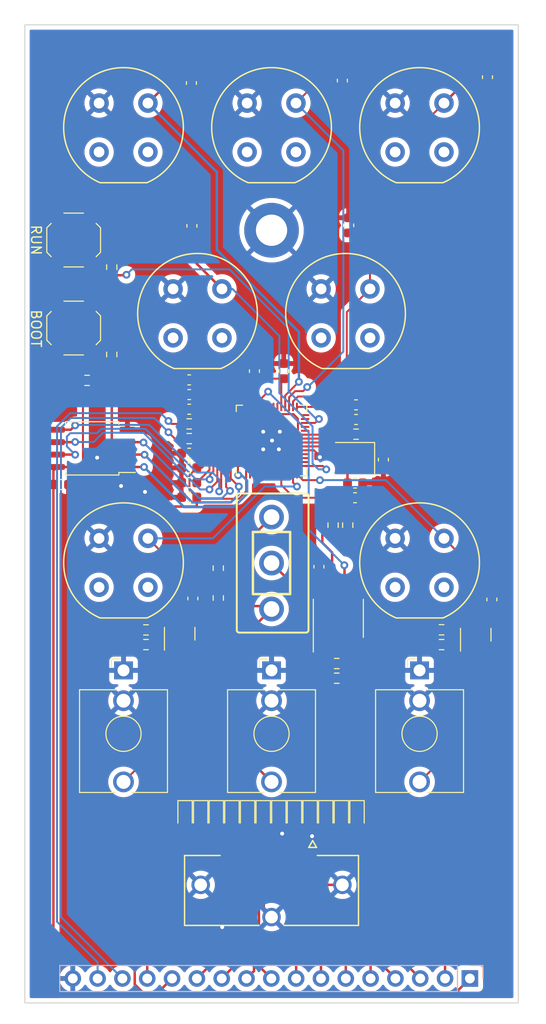
<source format=kicad_pcb>
(kicad_pcb (version 20221018) (generator pcbnew)
  (layers (0 "F.Cu" signal) (31 "B.Cu" signal) (34 "B.Paste" user) (35 "F.Paste" user) (36 "B.SilkS" user "B.Silkscreen") (37 "F.SilkS" user "F.Silkscreen") (38 "B.Mask" user) (39 "F.Mask" user) (44 "Edge.Cuts" user))
  (net 0 "")
  (net 1 "Net-(J2-PadT)")
  (net 2 "Net-(J3-PadT)")
  (net 3 "Net-(SW6-C)")
  (net 5 "HDMI_D2P_CON")
  (net 6 "GND")
  (net 7 "HDMI_D2N_CON")
  (net 8 "HDMI_5V_CABLE")
  (net 9 "HDMI_D1P_CON")
  (net 10 "HDMI_D1N_CON")
  (net 11 "HDMI_D0P_CON")
  (net 12 "HDMI_D0N_CON")
  (net 13 "HDMI_CKP_CON")
  (net 14 "HDMI_CKN_CON")
  (net 15 "HDMI_CEC_CON")
  (net 17 "HDMI_DDC_SCL_5V0")
  (net 18 "HDMI_DDC_SDA_5V0")
  (net 19 "HDMI_HPD_CON")
  (net 20 "USB1_D_P")
  (net 21 "USB1_D_N")
  (net 22 "+3V3")
  (net 23 "+1V1")
  (net 24 "Net-(U5-XIN)")
  (net 25 "Net-(C36-Pad1)")
  (net 26 "Net-(U5-USB_DP)")
  (net 27 "Net-(U5-USB_DM)")
  (net 28 "Net-(U5-XOUT)")
  (net 29 "Net-(U5-RUN)")
  (net 30 "Net-(R35-Pad2)")
  (net 31 "/~{USB_BOOT}")
  (net 32 "/QSPI_SS")
  (net 50 "Net-(U3A--)")
  (net 54 "/QSPI_SD3")
  (net 55 "/QSPI_SCLK")
  (net 56 "/QSPI_SD0")
  (net 57 "/QSPI_SD2")
  (net 58 "/QSPI_SD1")
  (net 62 "GP21")
  (net 63 "GP20")
  (net 64 "GP19")
  (net 65 "GP18")
  (net 66 "GP12")
  (net 67 "GP11")
  (net 68 "GP10")
  (net 69 "Net-(Q5-B)")
  (net 70 "Net-(Q6-B)")
  (net 71 "Net-(U3B-+)")
  (net 72 "Net-(SW6-A)")
  (net 73 "LINE_IN")
  (net 74 "Net-(U3A-+)")
  (net 75 "GP26")
  (footprint "Connector_Audio:Jack_3.5mm_QingPu_WQP-PJ398SM_Vertical_CircularHoles" (layer "F.Cu") (at 152.3 113.875)
    (fp_text reference "J4" hide)
    (fp_text value "AudioJack2_SwitchT")
  )
  (footprint "Resistor_SMD:R_0603_1608Metric" (layer "F.Cu") (at 143.875 88.675 180)
    (fp_text reference "R33" hide)
    (fp_text value "27")
  )
  (footprint "Capacitor_SMD:C_0603_1608Metric" (layer "F.Cu") (at 143.875 85.675 180)
    (fp_text reference "C31" hide)
    (fp_text value "1u")
  )
  (footprint "Resistor_SMD:R_0603_1608Metric" (layer "F.Cu") (at 158.6 99.025 -90)
    (fp_text reference "R46" hide)
    (fp_text value "3k")
  )
  (footprint "Resistor_SMD:R_0603_1608Metric" (layer "F.Cu") (at 146.85 106.475 90)
    (fp_text reference "R43" hide)
    (fp_text value "2.2k")
  )
  (footprint "Button_Switch_THT:Push_E-Switch_KS01Q01" (layer "F.Cu") (at 149.8 55.875)
    (fp_text reference "SW2" hide)
    (fp_text value "D6R90 F1 LFS")
  )
  (footprint "Capacitor_SMD:C_0603_1608Metric" (layer "F.Cu") (at 159.55 53.575 90)
    (fp_text reference "C32" hide)
    (fp_text value "10n")
  )
  (footprint "Button_Switch_SMD:SW_SPST_TL3342" (layer "F.Cu") (at 132.05 78.875 90)
    (fp_text reference "SW10" hide)
    (fp_text value "SW_Push")
  )
  (footprint "Capacitor_SMD:C_0603_1608Metric" (layer "F.Cu") (at 130.75 94.875)
    (fp_text reference "C37" hide)
    (fp_text value "100n")
  )
  (footprint "Capacitor_SMD:C_0603_1608Metric" (layer "F.Cu") (at 144.15 68.425 90)
    (fp_text reference "C38" hide)
    (fp_text value "10n")
  )
  (footprint "Capacitor_SMD:C_0603_1608Metric" (layer "F.Cu") (at 143.875 91.675 180)
    (fp_text reference "C24" hide)
    (fp_text value "100n")
  )
  (footprint "Capacitor_SMD:C_0603_1608Metric" (layer "F.Cu") (at 174.4 53.225 90)
    (fp_text reference "C33" hide)
    (fp_text value "10n")
  )
  (footprint "Diode_SMD:D_0603_1608Metric" (layer "F.Cu") (at 153.05 128.675 -90)
    (fp_text reference "D8" hide)
    (fp_text value "PGB1010603")
  )
  (footprint "Button_Switch_THT:Push_E-Switch_KS01Q01" (layer "F.Cu") (at 134.65 55.875)
    (fp_text reference "SW1" hide)
    (fp_text value "D6R90 F1 LFS")
  )
  (footprint "Connector_Audio:Jack_3.5mm_QingPu_WQP-PJ398SM_Vertical_CircularHoles" (layer "F.Cu") (at 167.45 113.875)
    (fp_text reference "J3" hide)
    (fp_text value "AudioJack2_SwitchT")
  )
  (footprint "Capacitor_SMD:C_0603_1608Metric" (layer "F.Cu") (at 163.75 92.325 -90)
    (fp_text reference "C36" hide)
    (fp_text value "27p")
  )
  (footprint "Diode_SMD:D_0603_1608Metric" (layer "F.Cu") (at 161.05 128.675 -90)
    (fp_text reference "D3" hide)
    (fp_text value "PGB1010603")
  )
  (footprint "Capacitor_SMD:C_0603_1608Metric" (layer "F.Cu") (at 160.95 88.225)
    (fp_text reference "C29" hide)
    (fp_text value "100n")
  )
  (footprint "Capacitor_SMD:C_0603_1608Metric" (layer "F.Cu") (at 143.875 96.175 180)
    (fp_text reference "C25" hide)
    (fp_text value "100n")
  )
  (footprint "Diode_SMD:D_0603_1608Metric" (layer "F.Cu") (at 146.65 128.675 -90)
    (fp_text reference "D12" hide)
    (fp_text value "PGB1010603")
  )
  (footprint "Diode_SMD:D_0603_1608Metric" (layer "F.Cu") (at 156.25 128.675 -90)
    (fp_text reference "D6" hide)
    (fp_text value "PGB1010603")
  )
  (footprint "MountingHole:MountingHole_3.2mm_M3_DIN965_Pad" (layer "F.Cu") (at 152.3 68.875)
    (fp_text reference "H1" hide)
    (fp_text value "MountingHole_Pad")
  )
  (footprint "Capacitor_SMD:C_0603_1608Metric" (layer "F.Cu") (at 157.15 103.275 90)
    (fp_text reference "C39" hide)
    (fp_text value "100n")
  )
  (footprint "Button_Switch_THT:Push_E-Switch_KS01Q01" (layer "F.Cu") (at 142.225 74.875)
    (fp_text reference "SW5" hide)
    (fp_text value "D6R90 F1 LFS")
  )
  (footprint "Diode_SMD:D_0603_1608Metric" (layer "F.Cu") (at 143.45 128.675 -90)
    (fp_text reference "D14" hide)
    (fp_text value "PGB1010603")
  )
  (footprint "Capacitor_SMD:C_0603_1608Metric" (layer "F.Cu") (at 160.85 94.725)
    (fp_text reference "C35" hide)
    (fp_text value "27p")
  )
  (footprint "Button_Switch_THT:Push_E-Switch_KS01Q01" (layer "F.Cu") (at 164.95 100.375)
    (fp_text reference "SW7" hide)
    (fp_text value "D6R90 F1 LFS")
  )
  (footprint "Capacitor_SMD:C_0603_1608Metric" (layer "F.Cu") (at 160.85 96.225)
    (fp_text reference "C26" hide)
    (fp_text value "100n")
  )
  (footprint "Resistor_SMD:R_0603_1608Metric" (layer "F.Cu") (at 146.85 103.425 90)
    (fp_text reference "R44" hide)
    (fp_text value "1k")
  )
  (footprint "Package_SO:SOIC-8_3.9x4.9mm_P1.27mm" (layer "F.Cu") (at 159.135 108.55 90)
    (fp_text reference "U3" hide)
    (fp_text value "MCP6002-xSN")
  )
  (footprint "Capacitor_SMD:C_0603_1608Metric" (layer "F.Cu") (at 153.55 83.275 90)
    (fp_text reference "C28" hide)
    (fp_text value "100n")
  )
  (footprint "Package_DFN_QFN:QFN-56-1EP_7x7mm_P0.4mm_EP3.2x3.2mm" (layer "F.Cu") (at 152.3 90.375 90)
    (fp_text reference "U5" hide)
    (fp_text value "RP2040")
  )
  (footprint "Resistor_SMD:R_0603_1608Metric" (layer "F.Cu") (at 139.45 111.2375)
    (fp_text reference "R39" hide)
    (fp_text value "100k")
  )
  (footprint "Resistor_SMD:R_0603_1608Metric" (layer "F.Cu") (at 143.875 90.175 180)
    (fp_text reference "R32" hide)
    (fp_text value "27")
  )
  (footprint "Capacitor_SMD:C_0603_1608Metric" (layer "F.Cu") (at 143.875 93.175 180)
    (fp_text reference "C23" hide)
    (fp_text value "100n")
  )
  (footprint "Button_Switch_THT:Push_E-Switch_KS01Q01" (layer "F.Cu") (at 164.95 55.875)
    (fp_text reference "SW3" hide)
    (fp_text value "D6R90 F1 LFS")
  )
  (footprint "Resistor_SMD:R_0603_1608Metric" (layer "F.Cu") (at 135.95 81.575 -90)
    (fp_text reference "R37" hide)
    (fp_text value "1k")
  )
  (footprint "Diode_SMD:D_0603_1608Metric" (layer "F.Cu") (at 154.65 128.675 -90)
    (fp_text reference "D7" hide)
    (fp_text value "PGB1010603")
  )
  (footprint "Capacitor_SMD:C_0603_1608Metric" (layer "F.Cu") (at 174.85 106.625 -90)
    (fp_text reference "C40" hide)
    (fp_text value "10n")
  )
  (footprint "Resistor_SMD:R_0603_1608Metric" (layer "F.Cu") (at 160.1 99.025 90)
    (fp_text reference "R47" hide)
    (fp_text value "1k")
  )
  (footprint "Diode_SMD:D_0603_1608Metric" (layer "F.Cu") (at 148.25 128.675 -90)
    (fp_text reference "D11" hide)
    (fp_text value "PGB1010603")
  )
  (footprint "Capacitor_SMD:C_0603_1608Metric" (layer "F.Cu") (at 143.875 84.175 180)
    (fp_text reference "C22" hide)
    (fp_text value "100n")
  )
  (footprint "Diode_SMD:D_0603_1608Metric" (layer "F.Cu") (at 151.45 128.675 -90)
    (fp_text reference "D9" hide)
    (fp_text value "PGB1010603")
  )
  (footprint "Capacitor_SMD:C_0603_1608Metric" (layer "F.Cu") (at 143.875 94.675 180)
    (fp_text reference "C21" hide)
    (fp_text value "100n")
  )
  (footprint "Capacitor_SMD:C_0603_1608Metric" (layer "F.Cu") (at 160.2 68.375 90)
    (fp_text reference "C34" hide)
    (fp_text value "10n")
  )
  (footprint "Diode_SMD:D_0603_1608Metric" (layer "F.Cu") (at 149.85 128.675 -90)
    (fp_text reference "D10" hide)
    (fp_text value "PGB1010603")
  )
  (footprint "Resistor_SMD:R_0603_1608Metric" (layer "F.Cu") (at 169.7 109.725)
    (fp_text reference "R40" hide)
    (fp_text value "33k")
  )
  (footprint "footprints:CS12ANW03" (layer "F.Cu") (at 152.3 102.875 -90)
    (fp_text reference "SW6" hide)
    (fp_text value "CS12ANW03")
  )
  (footprint "footprints:MOLEX_476591101" (layer "F.Cu") (at 152.3 136.375)
    (fp_text reference "J5" hide)
    (fp_text value "HDMI_A")
  )
  (footprint "Resistor_SMD:R_0603_1608Metric" (layer "F.Cu") (at 158.975 113.175 180)
    (fp_text reference "R42" hide)
    (fp_text value "1k")
  )
  (footprint "Resistor_SMD:R_0603_1608Metric" (layer "F.Cu") (at 135.95 72.65 90)
    (fp_text reference "R35" hide)
    (fp_text value "1k")
  )
  (footprint "Button_Switch_SMD:SW_SPST_TL3342" (layer "F.Cu") (at 132.05 69.875 90)
    (fp_text reference "SW9" hide)
    (fp_text value "SW_Push")
  )
  (footprint "Resistor_SMD:R_0603_1608Metric" (layer "F.Cu") (at 160.95 89.725)
    (fp_text reference "R34" hide)
    (fp_text value "1k")
  )
  (footprint "Diode_SMD:D_0603_1608Metric" (layer "F.Cu") (at 159.45 128.675 -90)
    (fp_text reference "D4" hide)
    (fp_text value "PGB1010603")
  )
  (footprint "Diode_SMD:D_0603_1608Metric" (layer "F.Cu") (at 145.05 128.675 -90)
    (fp_text reference "D13" hide)
    (fp_text value "PGB1010603")
  )
  (footprint "Package_TO_SOT_SMD:SOT-23" (layer "F.Cu") (at 173.2 110.225 90)
    (fp_text reference "Q5" hide)
    (fp_text value "MMBT3904")
  )
  (footprint "Resistor_SMD:R_0603_1608Metric" (layer "F.Cu") (at 158.975 114.675)
    (fp_text reference "R45" hide)
    (fp_text value "1k")
  )
  (footprint "Capacitor_SMD:C_0603_1608Metric" (layer "F.Cu") (at 143.875 87.175 180)
    (fp_text reference "C30" hide)
    (fp_text value "1u")
  )
  (footprint "Button_Switch_THT:Push_E-Switch_KS01Q01" (layer "F.Cu") (at 134.65 100.375)
    (fp_text reference "SW8" hide)
    (fp_text value "D6R90 F1 LFS")
  )
  (footprint "Capacitor_SMD:C_0603_1608Metric" (layer "F.Cu") (at 144.1 53.825 90)
    (fp_text reference "C19" hide)
    (fp_text value "10n")
  )
  (footprint "Package_TO_SOT_SMD:SOT-23" (layer "F.Cu") (at 142.9 110.125 90)
    (fp_text reference "Q6" hide)
    (fp_text value "MMBT3904")
  )
  (footprint "Resistor_SMD:R_0603_1608Metric" (layer "F.Cu") (at 169.7 111.2375)
    (fp_text reference "R38" hide)
    (fp_text value "100k")
  )
  (footprint "Capacitor_SMD:C_0603_1608Metric" (layer "F.Cu") (at 150.55 83.275 90)
    (fp_text reference "C27" hide)
    (fp_text value "100n")
  )
  (footprint "Resistor_SMD:R_0603_1608Metric" (layer "F.Cu") (at 139.45 109.7375)
    (fp_text reference "R41" hide)
    (fp_text value "33k")
  )
  (footprint "Button_Switch_THT:Push_E-Switch_KS01Q01" (layer "F.Cu") (at 157.375 74.875)
    (fp_text reference "SW4" hide)
    (fp_text value "D6R90 F1 LFS")
  )
  (footprint "Resistor_SMD:R_0603_1608Metric" (layer "F.Cu") (at 133.425 84.225 180)
    (fp_text reference "R36" hide)
    (fp_text value "10k")
  )
  (footprint "Diode_SMD:D_0603_1608Metric" (layer "F.Cu") (at 157.85 128.675 -90)
    (fp_text reference "D5" hide)
    (fp_text value "PGB1010603")
  )
  (footprint "Crystal:Crystal_SMD_3225-4Pin_3.2x2.5mm" (layer "F.Cu") (at 160.85 92.225 180)
    (fp_text reference "Y1" hide)
    (fp_text value "12MHz")
  )
  (footprint "Connector_Audio:Jack_3.5mm_QingPu_WQP-PJ398SM_Vertical_CircularHoles" (layer "F.Cu") (at 137.15 113.875)
    (fp_text reference "J2" hide)
    (fp_text value "AudioJack2_SwitchT")
  )
  (footprint "Capacitor_SMD:C_0603_1608Metric" (layer "F.Cu") (at 144.25 106.525 -90)
    (fp_text reference "C41" hide)
    (fp_text value "10n")
  )
  (footprint "Package_SO:SOIC-8_5.23x5.23mm_P1.27mm" (layer "F.Cu") (at 133.95 91.175 180)
    (fp_text reference "U6" hide)
    (fp_text value "W25Q128JVS")
  )
  (footprint "Capacitor_SMD:C_0603_1608Metric" (layer "F.Cu") (at 160.95 86.725)
    (fp_text reference "C20" hide)
    (fp_text value "100n")
  )
  (footprint "Connector_PinSocket_2.54mm:PinSocket_1x17_P2.54mm_Vertical" (layer "B.Cu") (at 172.6 145.375 90)
    (fp_text reference "J1" hide)
    (fp_text value "Conn_01x17")
  )
  (gr_rect (start 127.05 47.875) (end 177.55 147.875) (stroke (width 0.1)) (fill none) (layer "Edge.Cuts"))
  (gr_text "BOOT" (at 128.2 78.925 270) (layer "F.SilkS") (effects (font (size 1 1))))
  (gr_text "RUN" (at 128.2 69.875 -90) (layer "F.SilkS") (effects (font (size 1 1))))
  (segment (start 137.15 125.275) (end 140.15 122.275) (width 0.2) (layer "F.Cu") (net 1))
  (segment (start 140.15 122.275) (end 140.15 112.925) (width 0.2) (layer "F.Cu") (net 1))
  (segment (start 138.625 111.4) (end 138.625 111.2375) (width 0.2) (layer "F.Cu") (net 1))
  (segment (start 140.15 112.925) (end 138.625 111.4) (width 0.2) (layer "F.Cu") (net 1))
  (segment (start 168.875 111.35) (end 168.875 111.2375) (width 0.2) (layer "F.Cu") (net 2))
  (segment (start 167.45 125.275) (end 170.1 122.625) (width 0.2) (layer "F.Cu") (net 2))
  (segment (start 170.1 122.625) (end 170.1 112.575) (width 0.2) (layer "F.Cu") (net 2))
  (segment (start 170.1 112.575) (end 168.875 111.35) (width 0.2) (layer "F.Cu") (net 2))
  (segment (start 149.3 110.5994) (end 149.3 122.275) (width 0.25) (layer "F.Cu") (net 3))
  (segment (start 149.3 122.275) (end 152.3 125.275) (width 0.25) (layer "F.Cu") (net 3))
  (segment (start 152.0006 107.3) (end 152.3 107.5994) (width 0.25) (layer "F.Cu") (net 3))
  (segment (start 146.85 107.3) (end 152.0006 107.3) (width 0.25) (layer "F.Cu") (net 3))
  (segment (start 152.3 107.5994) (end 149.3 110.5994) (width 0.25) (layer "F.Cu") (net 3))
  (segment (start 170.06 145.375) (end 170.06 143.185) (width 0.25) (layer "F.Cu") (net 5))
  (segment (start 158.225 133.5) (end 156.51 133.5) (width 0.25) (layer "F.Cu") (net 5))
  (segment (start 159.3 132.425) (end 158.225 133.5) (width 0.25) (layer "F.Cu") (net 5))
  (segment (start 170.06 143.185) (end 159.3 132.425) (width 0.25) (layer "F.Cu") (net 5))
  (segment (start 161.05 129.4625) (end 161.05 130.675) (width 0.25) (layer "F.Cu") (net 5))
  (segment (start 161.05 130.675) (end 159.3 132.425) (width 0.25) (layer "F.Cu") (net 5))
  (segment (start 151.51 138.31) (end 152.3 139.1) (width 0.25) (layer "F.Cu") (net 6))
  (segment (start 152.35 90.425) (end 152.35 90.375) (width 0.2) (layer "F.Cu") (net 6))
  (segment (start 157.111 135.8) (end 159.55 135.8) (width 0.25) (layer "F.Cu") (net 6))
  (segment (start 151.51 133.5) (end 151.51 138.31) (width 0.25) (layer "F.Cu") (net 6))
  (segment (start 148.51 133.5) (end 148.51 138.865) (width 0.25) (layer "F.Cu") (net 6))
  (segment (start 157.25 92.075) (end 157.25 91.975) (width 0.2) (layer "F.Cu") (net 6))
  (segment (start 155.713208 130.825) (end 156.45 130.825) (width 0.25) (layer "F.Cu") (net 6))
  (segment (start 159.75 91.375) (end 159.85 91.375) (width 0.2) (layer "F.Cu") (net 6))
  (segment (start 156.01 134.699) (end 157.111 135.8) (width 0.25) (layer "F.Cu") (net 6))
  (segment (start 159.85 91.375) (end 161.55 93.075) (width 0.2) (layer "F.Cu") (net 6))
  (segment (start 153.01 133.5) (end 153.01 130.965) (width 0.25) (layer "F.Cu") (net 6))
  (segment (start 153.01 130.965) (end 153.4 130.575) (width 0.25) (layer "F.Cu") (net 6))
  (segment (start 156.01 133.5) (end 156.01 134.699) (width 0.25) (layer "F.Cu") (net 6))
  (segment (start 157.25 91.975) (end 156.65 91.375) (width 0.2) (layer "F.Cu") (net 6))
  (segment (start 153.387701 130.562701) (end 153.4 130.575) (width 0.25) (layer "F.Cu") (net 6))
  (segment (start 148.51 138.865) (end 147.25 140.125) (width 0.25) (layer "F.Cu") (net 6))
  (segment (start 156.65 91.375) (end 155.7375 91.375) (width 0.2) (layer "F.Cu") (net 6))
  (segment (start 161.55 93.075) (end 161.95 93.075) (width 0.2) (layer "F.Cu") (net 6))
  (segment (start 152.35 90.375) (end 152.3 90.375) (width 0.2) (layer "F.Cu") (net 6))
  (segment (start 154.51 133.5) (end 154.51 132.028208) (width 0.25) (layer "F.Cu") (net 6))
  (segment (start 153.05 91.125) (end 152.35 90.425) (width 0.2) (layer "F.Cu") (net 6))
  (segment (start 154.51 132.028208) (end 155.713208 130.825) (width 0.25) (layer "F.Cu") (net 6))
  (segment (start 153.05 91.275) (end 153.05 91.125) (width 0.2) (layer "F.Cu") (net 6))
  (via (at 136.9 95.025) (size 0.8) (drill 0.4) (layers "F.Cu" "B.Cu") (net 6))
  (via (at 151.45 91.275) (size 0.8) (drill 0.4) (layers "F.Cu" "B.Cu") (net 6))
  (via (at 152.35 90.375) (size 0.8) (drill 0.4) (layers "F.Cu" "B.Cu") (net 6))
  (via (at 153.15 89.475) (size 0.8) (drill 0.4) (layers "F.Cu" "B.Cu") (net 6))
  (via (at 153.387701 130.562701) (size 0.8) (drill 0.4) (layers "F.Cu" "B.Cu") (net 6))
  (via (at 153.05 91.275) (size 0.8) (drill 0.4) (layers "F.Cu" "B.Cu") (net 6))
  (via (at 151.45 89.475) (size 0.8) (drill 0.4) (layers "F.Cu" "B.Cu") (net 6))
  (via (at 157.25 92.075) (size 0.8) (drill 0.4) (layers "F.Cu" "B.Cu") (net 6))
  (via (at 134.45 92.125) (size 0.8) (drill 0.4) (layers "F.Cu" "B.Cu") (net 6))
  (via (at 147.25 140.125) (size 0.8) (drill 0.4) (layers "F.Cu" "B.Cu") (net 6))
  (via (at 156.45 130.825) (size 0.8) (drill 0.4) (layers "F.Cu" "B.Cu") (net 6))
  (via (at 139.35 95.625) (size 0.8) (drill 0.4) (layers "F.Cu" "B.Cu") (net 6))
  (segment (start 158.05 132.075) (end 155.736 132.075) (width 0.25) (layer "F.Cu") (net 7))
  (segment (start 155.51 133.5) (end 155.51 135.248604) (width 0.25) (layer "F.Cu") (net 7))
  (segment (start 155.51 132.301) (end 155.51 133.5) (width 0.25) (layer "F.Cu") (net 7))
  (segment (start 155.51 135.248604) (end 163.436396 143.175) (width 0.25) (layer "F.Cu") (net 7))
  (segment (start 155.736 132.075) (end 155.51 132.301) (width 0.25) (layer "F.Cu") (net 7))
  (segment (start 159.45 129.4625) (end 159.45 130.675) (width 0.25) (layer "F.Cu") (net 7))
  (segment (start 159.45 130.675) (end 158.05 132.075) (width 0.25) (layer "F.Cu") (net 7))
  (segment (start 165.32 143.175) (end 167.52 145.375) (width 0.25) (layer "F.Cu") (net 7))
  (segment (start 163.436396 143.175) (end 165.32 143.175) (width 0.25) (layer "F.Cu") (net 7))
  (segment (start 143.3 141.775) (end 141.5 141.775) (width 0.25) (layer "F.Cu") (net 8))
  (segment (start 139.58 143.695) (end 139.58 145.375) (width 0.25) (layer "F.Cu") (net 8))
  (segment (start 148.01 137.065) (end 143.3 141.775) (width 0.25) (layer "F.Cu") (net 8))
  (segment (start 148.01 133.5) (end 148.01 137.065) (width 0.25) (layer "F.Cu") (net 8))
  (segment (start 141.5 141.775) (end 139.58 143.695) (width 0.25) (layer "F.Cu") (net 8))
  (segment (start 155.01 132.164604) (end 155.01 133.5) (width 0.25) (layer "F.Cu") (net 9))
  (segment (start 157.85 130.675) (end 156.9 131.625) (width 0.25) (layer "F.Cu") (net 9))
  (segment (start 155.549604 131.625) (end 155.01 132.164604) (width 0.25) (layer "F.Cu") (net 9))
  (segment (start 155.01 133.5) (end 155.01 135.385) (width 0.25) (layer "F.Cu") (net 9))
  (segment (start 155.01 135.385) (end 164.98 145.355) (width 0.25) (layer "F.Cu") (net 9))
  (segment (start 157.85 129.4625) (end 157.85 130.675) (width 0.25) (layer "F.Cu") (net 9))
  (segment (start 156.9 131.625) (end 155.549604 131.625) (width 0.25) (layer "F.Cu") (net 9))
  (segment (start 164.98 145.355) (end 164.98 145.375) (width 0.25) (layer "F.Cu") (net 9))
  (segment (start 162.44 143.965) (end 162.44 145.375) (width 0.25) (layer "F.Cu") (net 10))
  (segment (start 154.01 131.601396) (end 154.01 133.5) (width 0.25) (layer "F.Cu") (net 10))
  (segment (start 154.01 135.535) (end 162.44 143.965) (width 0.25) (layer "F.Cu") (net 10))
  (segment (start 156.25 129.4625) (end 156.148896 129.4625) (width 0.25) (layer "F.Cu") (net 10))
  (segment (start 156.148896 129.4625) (end 154.01 131.601396) (width 0.25) (layer "F.Cu") (net 10))
  (segment (start 154.01 133.5) (end 154.01 135.535) (width 0.25) (layer "F.Cu") (net 10))
  (segment (start 153.51 133.5) (end 153.51 135.671396) (width 0.25) (layer "F.Cu") (net 11))
  (segment (start 153.51 131.465) (end 154.65 130.325) (width 0.25) (layer "F.Cu") (net 11))
  (segment (start 153.51 133.5) (end 153.51 131.465) (width 0.25) (layer "F.Cu") (net 11))
  (segment (start 153.51 135.671396) (end 159.9 142.061396) (width 0.25) (layer "F.Cu") (net 11))
  (segment (start 154.65 130.325) (end 154.65 129.4625) (width 0.25) (layer "F.Cu") (net 11))
  (segment (start 159.9 142.061396) (end 159.9 145.375) (width 0.25) (layer "F.Cu") (net 11))
  (segment (start 152.51 133.5) (end 152.51 129.965) (width 0.25) (layer "F.Cu") (net 12))
  (segment (start 152.51 136.035) (end 157.36 140.885) (width 0.25) (layer "F.Cu") (net 12))
  (segment (start 157.36 140.885) (end 157.36 145.375) (width 0.25) (layer "F.Cu") (net 12))
  (segment (start 152.51 133.5) (end 152.51 136.035) (width 0.25) (layer "F.Cu") (net 12))
  (segment (start 153.0125 129.4625) (end 153.05 129.4625) (width 0.25) (layer "F.Cu") (net 12))
  (segment (start 152.51 129.965) (end 153.0125 129.4625) (width 0.25) (layer "F.Cu") (net 12))
  (segment (start 152.01 130.035) (end 151.45 129.475) (width 0.25) (layer "F.Cu") (net 13))
  (segment (start 152.01 133.5) (end 152.01 136.285) (width 0.25) (layer "F.Cu") (net 13))
  (segment (start 154.82 139.095) (end 154.82 145.375) (width 0.25) (layer "F.Cu") (net 13))
  (segment (start 152.01 133.5) (end 152.01 130.035) (width 0.25) (layer "F.Cu") (net 13))
  (segment (start 152.01 136.285) (end 154.82 139.095) (width 0.25) (layer "F.Cu") (net 13))
  (segment (start 151.45 129.475) (end 151.45 129.4625) (width 0.25) (layer "F.Cu") (net 13))
  (segment (start 149.85 131.125) (end 149.85 129.4625) (width 0.25) (layer "F.Cu") (net 14))
  (segment (start 151.01 144.105) (end 152.28 145.375) (width 0.25) (layer "F.Cu") (net 14))
  (segment (start 151.01 132.285) (end 149.85 131.125) (width 0.25) (layer "F.Cu") (net 14))
  (segment (start 151.01 133.5) (end 151.01 144.105) (width 0.25) (layer "F.Cu") (net 14))
  (segment (start 151.01 133.5) (end 151.01 132.285) (width 0.25) (layer "F.Cu") (net 14))
  (segment (start 150.51 132.468) (end 148.717 130.675) (width 0.25) (layer "F.Cu") (net 15))
  (segment (start 150.51 144.605) (end 149.74 145.375) (width 0.25) (layer "F.Cu") (net 15))
  (segment (start 150.51 133.5) (end 150.51 144.605) (width 0.25) (layer "F.Cu") (net 15))
  (segment (start 150.51 133.5) (end 150.51 132.468) (width 0.25) (layer "F.Cu") (net 15))
  (segment (start 148.717 130.675) (end 148.25 130.675) (width 0.25) (layer "F.Cu") (net 15))
  (segment (start 148.25 129.4625) (end 148.25 130.675) (width 0.25) (layer "F.Cu") (net 15))
  (segment (start 146.75 130.675) (end 146.65 130.675) (width 0.25) (layer "F.Cu") (net 17))
  (segment (start 148.980604 131.575) (end 147.65 131.575) (width 0.25) (layer "F.Cu") (net 17))
  (segment (start 149.51 143.065) (end 147.2 145.375) (width 0.25) (layer "F.Cu") (net 17))
  (segment (start 149.51 133.5) (end 149.51 132.104396) (width 0.25) (layer "F.Cu") (net 17))
  (segment (start 149.51 132.104396) (end 148.980604 131.575) (width 0.25) (layer "F.Cu") (net 17))
  (segment (start 147.65 131.575) (end 146.75 130.675) (width 0.25) (layer "F.Cu") (net 17))
  (segment (start 146.65 129.4625) (end 146.65 130.675) (width 0.25) (layer "F.Cu") (net 17))
  (segment (start 149.51 133.5) (end 149.51 143.065) (width 0.25) (layer "F.Cu") (net 17))
  (segment (start 145.05 129.4625) (end 145.05 130.675) (width 0.25) (layer "F.Cu") (net 18))
  (segment (start 146.15 131.775) (end 145.05 130.675) (width 0.25) (layer "F.Cu") (net 18))
  (segment (start 149.01 141.025) (end 144.66 145.375) (width 0.25) (layer "F.Cu") (net 18))
  (segment (start 149.01 133.5) (end 149.01 141.025) (width 0.25) (layer "F.Cu") (net 18))
  (segment (start 148.734 132.025) (end 147 132.025) (width 0.25) (layer "F.Cu") (net 18))
  (segment (start 149.01 133.5) (end 149.01 132.301) (width 0.25) (layer "F.Cu") (net 18))
  (segment (start 147 132.025) (end 146.75 131.775) (width 0.25) (layer "F.Cu") (net 18))
  (segment (start 146.75 131.775) (end 146.15 131.775) (width 0.25) (layer "F.Cu") (net 18))
  (segment (start 149.01 132.301) (end 148.734 132.025) (width 0.25) (layer "F.Cu") (net 18))
  (segment (start 143.45 129.4625) (end 143.45 130.675) (width 0.25) (layer "F.Cu") (net 19))
  (segment (start 147.51 133.5) (end 147.51 136.928604) (width 0.25) (layer "F.Cu") (net 19))
  (segment (start 140.72 146.775) (end 142.12 145.375) (width 0.25) (layer "F.Cu") (net 19))
  (segment (start 145.15 132.375) (end 143.45 130.675) (width 0.25) (layer "F.Cu") (net 19))
  (segment (start 138.3 144.338604) (end 138.3 145.975) (width 0.25) (layer "F.Cu") (net 19))
  (segment (start 138.3 145.975) (end 139.1 146.775) (width 0.25) (layer "F.Cu") (net 19))
  (segment (start 141.313604 141.325) (end 138.3 144.338604) (width 0.25) (layer "F.Cu") (net 19))
  (segment (start 139.1 146.775) (end 140.72 146.775) (width 0.25) (layer "F.Cu") (net 19))
  (segment (start 146.55 132.375) (end 145.15 132.375) (width 0.25) (layer "F.Cu") (net 19))
  (segment (start 147.51 133.5) (end 147.51 133.335) (width 0.25) (layer "F.Cu") (net 19))
  (segment (start 147.51 136.928604) (end 143.113604 141.325) (width 0.25) (layer "F.Cu") (net 19))
  (segment (start 147.51 133.335) (end 146.55 132.375) (width 0.25) (layer "F.Cu") (net 19))
  (segment (start 143.113604 141.325) (end 141.313604 141.325) (width 0.25) (layer "F.Cu") (net 19))
  (segment (start 142.4 90.175) (end 143.05 90.175) (width 0.2) (layer "F.Cu") (net 20))
  (segment (start 141.75 89.525) (end 142.4 90.175) (width 0.2) (layer "F.Cu") (net 20))
  (via (at 141.75 89.525) (size 0.8) (drill 0.4) (layers "F.Cu" "B.Cu") (net 20))
  (segment (start 141.75 89.525) (end 140.3 88.075) (width 0.2) (layer "B.Cu") (net 20))
  (segment (start 131.75 88.075) (end 130.75 89.075) (width 0.2) (layer "B.Cu") (net 20))
  (segment (start 130.75 89.075) (end 130.75 139.085) (width 0.2) (layer "B.Cu") (net 20))
  (segment (start 130.75 139.085) (end 137.04 145.375) (width 0.2) (layer "B.Cu") (net 20))
  (segment (start 140.3 88.075) (end 131.75 88.075) (width 0.2) (layer "B.Cu") (net 20))
  (segment (start 142.05 88.675) (end 143.05 88.675) (width 0.2) (layer "F.Cu") (net 21))
  (segment (start 141.75 88.375) (end 142.05 88.675) (width 0.2) (layer "F.Cu") (net 21))
  (via (at 141.75 88.375) (size 0.8) (drill 0.4) (layers "F.Cu" "B.Cu") (net 21))
  (segment (start 130.35 139.575) (end 134.5 143.725) (width 0.2) (layer "B.Cu") (net 21))
  (segment (start 131.684314 87.575) (end 130.35 88.909314) (width 0.2) (layer "B.Cu") (net 21))
  (segment (start 141.75 88.375) (end 140.95 87.575) (width 0.2) (layer "B.Cu") (net 21))
  (segment (start 130.35 88.909314) (end 130.35 139.575) (width 0.2) (layer "B.Cu") (net 21))
  (segment (start 140.95 87.575) (end 131.684314 87.575) (width 0.2) (layer "B.Cu") (net 21))
  (segment (start 134.5 143.725) (end 134.5 145.375) (width 0.2) (layer "B.Cu") (net 21))
  (segment (start 154.6 96.225) (end 153.3 94.925) (width 0.2) (layer "F.Cu") (net 22))
  (segment (start 155.20364 90.175) (end 155.7375 90.175) (width 0.2) (layer "F.Cu") (net 22))
  (segment (start 158.5 101.825) (end 157.5 100.825) (width 0.25) (layer "F.Cu") (net 22))
  (segment (start 146.35 89.775) (end 144.65 91.475) (width 0.2) (layer "F.Cu") (net 22))
  (segment (start 157.875 104.05) (end 158.5 103.425) (width 0.25) (layer "F.Cu") (net 22))
  (segment (start 129.975 145.75) (end 129.975 94.875) (width 0.25) (layer "F.Cu") (net 22))
  (segment (start 144.65 93.175) (end 143.9 93.925) (width 0.2) (layer "F.Cu") (net 22))
  (segment (start 153.3 93.27864) (end 153.50364 93.075) (width 0.2) (layer "F.Cu") (net 22))
  (segment (start 157.23 104.13) (end 157.15 104.05) (width 0.25) (layer "F.Cu") (net 22))
  (segment (start 158.6 96.225) (end 160.075 96.225) (width 0.2) (layer "F.Cu") (net 22))
  (segment (start 153.3 94.925) (end 153.3 93.8125) (width 0.2) (layer "F.Cu") (net 22))
  (segment (start 154.6 96.225) (end 158.6 96.225) (width 0.2) (layer "F.Cu") (net 22))
  (segment (start 153.09636 93.075) (end 153.3 93.27864) (width 0.2) (layer "F.Cu") (net 22))
  (segment (start 147.15 88.175) (end 144.65 85.675) (width 0.2) (layer "F.Cu") (net 22))
  (segment (start 159.4 88.225) (end 160.175 88.225) (width 0.2) (layer "F.Cu") (net 22))
  (segment (start 143.85 86.475) (end 143.85 90.875) (width 0.2) (layer "F.Cu") (net 22))
  (segment (start 158.6 96.225) (end 158.6 98.2) (width 0.2) (layer "F.Cu") (net 22))
  (segment (start 148.25 87.775) (end 144.65 84.175) (width 0.2) (layer "F.Cu") (net 22))
  (segment (start 133 92.785) (end 132.705 93.08) (width 0.2) (layer "F.Cu") (net 22))
  (segment (start 143.9 93.925) (end 143.9 95.425) (width 0.2) (layer "F.Cu") (net 22))
  (segment (start 155 92.725) (end 155 90.37864) (width 0.2) (layer "F.Cu") (net 22))
  (segment (start 148.8625 88.175) (end 147.15 88.175) (width 0.2) (layer "F.Cu") (net 22))
  (segment (start 131.45 147.225) (end 129.975 145.75) (width 0.25) (layer "F.Cu") (net 22))
  (segment (start 136.75 97.125) (end 144.65 97.125) (width 0.25) (layer "F.Cu") (net 22))
  (segment (start 145.55 91.175) (end 145.55 92.775) (width 0.2) (layer "F.Cu") (net 22))
  (segment (start 149.7 86.9375) (end 149.7 84.9) (width 0.2) (layer "F.Cu") (net 22))
  (segment (start 148.8625 88.175) (end 148.8625 87.775) (width 0.2) (layer "F.Cu") (net 22))
  (segment (start 155.7375 90.175) (end 157.45 90.175) (width 0.2) (layer "F.Cu") (net 22))
  (segment (start 144.65 97.125) (end 144.65 96.175) (width 0.25) (layer "F.Cu") (net 22))
  (segment (start 148.8625 87.775) (end 148.25 87.775) (width 0.2) (layer "F.Cu") (net 22))
  (segment (start 149.7 93.8125) (end 149.7 95.575) (width 0.2) (layer "F.Cu") (net 22))
  (segment (start 129.975 93.455) (end 130.35 93.08) (width 0.25) (layer "F.Cu") (net 22))
  (segment (start 132.705 93.08) (end 136.75 97.125) (width 0.25) (layer "F.Cu") (net 22))
  (segment (start 144.65 84.175) (end 144.65 85.675) (width 0.2) (layer "F.Cu") (net 22))
  (segment (start 143.9 95.425) (end 144.65 96.175) (width 0.2) (layer "F.Cu") (net 22))
  (segment (start 157.23 106.075) (end 157.23 104.13) (width 0.25) (layer "F.Cu") (net 22))
  (segment (start 144.65 85.675) (end 143.85 86.475) (width 0.2) (layer "F.Cu") (net 22))
  (segment (start 148.8625 90.175) (end 146.55 90.175) (width 0.2) (layer "F.Cu") (net 22))
  (segment (start 153.50364 93.075) (end 154.65 93.075) (width 0.2) (layer "F.Cu") (net 22))
  (segment (start 154.65 93.075) (end 155 92.725) (width 0.2) (layer "F.Cu") (net 22))
  (segment (start 157.5 100.825) (end 157.5 99.3) (width 0.25) (layer "F.Cu") (net 22))
  (segment (start 149.7 95.575) (end 148.95 96.325) (width 0.2) (layer "F.Cu") (net 22))
  (segment (start 129.975 94.875) (end 129.975 93.455) (width 0.25) (layer "F.Cu") (net 22))
  (segment (start 150.55 84.05) (end 153.55 84.05) (width 0.2) (layer "F.Cu") (net 22))
  (segment (start 157.45 90.175) (end 159.4 88.225) (width 0.2) (layer "F.Cu") (net 22))
  (segment (start 148.8625 90.175) (end 148.8625 89.775) (width 0.2) (layer "F.Cu") (net 22))
  (segment (start 149.7 93.8125) (end 149.7 93.27864) (width 0.2) (layer "F.Cu") (net 22))
  (segment (start 144.65 93.175) (end 144.65 91.675) (width 0.2) (layer "F.Cu") (net 22))
  (segment (start 149.7 93.27864) (end 149.90364 93.075) (width 0.2) (layer "F.Cu") (net 22))
  (segment (start 145.55 92.775) (end 145.15 93.175) (width 0.2) (layer "F.Cu") (net 22))
  (segment (start 148.8625 89.775) (end 146.35 89.775) (width 0.2) (layer "F.Cu") (net 22))
  (segment (start 132.6 84.225) (end 133 84.625) (width 0.2) (layer "F.Cu") (net 22))
  (segment (start 149.7 84.9) (end 150.55 84.05) (width 0.2) (layer "F.Cu") (net 22))
  (segment (start 144.8 96.325) (end 144.65 96.175) (width 0.2) (layer "F.Cu") (net 22))
  (segment (start 146.55 90.175) (end 145.55 91.175) (width 0.2) (layer "F.Cu") (net 22))
  (segment (start 143.85 90.875) (end 144.65 91.675) (width 0.2) (layer "F.Cu") (net 22))
  (segment (start 172.6 145.375) (end 170.75 147.225) (width 0.25) (layer "F.Cu") (net 22))
  (segment (start 130.35 93.08) (end 132.705 93.08) (width 0.25) (layer "F.Cu") (net 22))
  (segment (start 148.95 96.325) (end 144.8 96.325) (width 0.2) (layer "F.Cu") (net 22))
  (segment (start 153.3 93.27864) (end 153.3 93.8125) (width 0.2) (layer "F.Cu") (net 22))
  (segment (start 158.5 103.425) (end 158.5 101.825) (width 0.25) (layer "F.Cu") (net 22))
  (segment (start 153.3 84.3) (end 153.55 84.05) (width 0.2) (layer "F.Cu") (net 22))
  (segment (start 149.90364 93.075) (end 153.09636 93.075) (width 0.2) (layer "F.Cu") (net 22))
  (segment (start 145.15 93.175) (end 144.65 93.175) (width 0.2) (layer "F.Cu") (net 22))
  (segment (start 157.5 99.3) (end 158.6 98.2) (width 0.25) (layer "F.Cu") (net 22))
  (segment (start 148.8625 87.775) (end 149.7 86.9375) (width 0.2) (layer "F.Cu") (net 22))
  (segment (start 170.75 147.225) (end 131.45 147.225) (width 0.25) (layer "F.Cu") (net 22))
  (segment (start 155 90.37864) (end 155.20364 90.175) (width 0.2) (layer "F.Cu") (net 22))
  (segment (start 133 84.625) (end 133 92.785) (width 0.2) (layer "F.Cu") (net 22))
  (segment (start 157.15 104.05) (end 157.875 104.05) (width 0.25) (layer "F.Cu") (net 22))
  (segment (start 153.3 86.9375) (end 153.3 84.3) (width 0.2) (layer "F.Cu") (net 22))
  (segment (start 144.65 91.475) (end 144.65 91.675) (width 0.2) (layer "F.Cu") (net 22))
  (segment (start 149.39636 88.575) (end 149.6 88.77864) (width 0.2) (layer "F.Cu") (net 23))
  (segment (start 155 89.57136) (end 155 88.125) (width 0.2) (layer "F.Cu") (net 23))
  (segment (start 148.8625 90.575) (end 146.75 90.575) (width 0.2) (layer "F.Cu") (net 23))
  (segment (start 149.6 88.77864) (end 149.6 90.37136) (width 0.2) (layer "F.Cu") (net 23))
  (segment (start 150.25 87.675) (end 149.6 88.325) (width 0.2) (layer "F.Cu") (net 23))
  (segment (start 145.95 91.375) (end 145.95 93.375) (width 0.2) (layer "F.Cu") (net 23))
  (segment (start 149.6 90.37136) (end 149.39636 90.575) (width 0.2) (layer "F.Cu") (net 23))
  (segment (start 146.05 88.575) (end 144.65 87.175) (width 0.2) (layer "F.Cu") (net 23))
  (segment (start 145.95 93.375) (end 144.65 94.675) (width 0.2) (layer "F.Cu") (net 23))
  (segment (start 155 88.125) (end 154.55 87.675) (width 0.2) (layer "F.Cu") (net 23))
  (segment (start 146.75 90.575) (end 145.95 91.375) (width 0.2) (layer "F.Cu") (net 23))
  (segment (start 149.6 88.325) (end 149.6 88.77864) (width 0.2) (layer "F.Cu") (net 23))
  (segment (start 154.55 87.675) (end 150.25 87.675) (width 0.2) (layer "F.Cu") (net 23))
  (segment (start 155.20364 89.775) (end 155 89.57136) (width 0.2) (layer "F.Cu") (net 23))
  (segment (start 148.8625 88.575) (end 146.05 88.575) (width 0.2) (layer "F.Cu") (net 23))
  (segment (start 155.7375 89.775) (end 157.125 89.775) (width 0.2) (layer "F.Cu") (net 23))
  (segment (start 157.125 89.775) (end 160.175 86.725) (width 0.2) (layer "F.Cu") (net 23))
  (segment (start 148.8625 88.575) (end 149.39636 88.575) (width 0.2) (layer "F.Cu") (net 23))
  (segment (start 149.39636 90.575) (end 148.8625 90.575) (width 0.2) (layer "F.Cu") (net 23))
  (segment (start 155.7375 89.775) (end 155.20364 89.775) (width 0.2) (layer "F.Cu") (net 23))
  (segment (start 157.55 90.975) (end 159.65 93.075) (width 0.2) (layer "F.Cu") (net 24))
  (segment (start 160.075 94.725) (end 160.075 93.4) (width 0.25) (layer "F.Cu") (net 24))
  (segment (start 155.7375 90.975) (end 157.55 90.975) (width 0.2) (layer "F.Cu") (net 24))
  (segment (start 160.075 93.4) (end 159.75 93.075) (width 0.25) (layer "F.Cu") (net 24))
  (segment (start 159.65 93.075) (end 159.75 93.075) (width 0.2) (layer "F.Cu") (net 24))
  (segment (start 161.775 91.2) (end 161.95 91.375) (width 0.25) (layer "F.Cu") (net 25))
  (segment (start 162.125 91.55) (end 161.95 91.375) (width 0.25) (layer "F.Cu") (net 25))
  (segment (start 163.75 91.55) (end 162.125 91.55) (width 0.25) (layer "F.Cu") (net 25))
  (segment (start 161.775 89.725) (end 161.775 91.2) (width 0.25) (layer "F.Cu") (net 25))
  (segment (start 148.8625 89.375) (end 145.5 89.375) (width 0.2) (layer "F.Cu") (net 26))
  (segment (start 145.5 89.375) (end 144.7 90.175) (width 0.2) (layer "F.Cu") (net 26))
  (segment (start 145 88.975) (end 144.7 88.675) (width 0.2) (layer "F.Cu") (net 27))
  (segment (start 148.8625 88.975) (end 145 88.975) (width 0.2) (layer "F.Cu") (net 27))
  (segment (start 155.7375 90.575) (end 157.75 90.575) (width 0.2) (layer "F.Cu") (net 28))
  (segment (start 157.75 90.575) (end 158.6 89.725) (width 0.2) (layer "F.Cu") (net 28))
  (segment (start 158.6 89.725) (end 160.125 89.725) (width 0.2) (layer "F.Cu") (net 28))
  (segment (start 135.95 73.475) (end 137.4 73.475) (width 0.25) (layer "F.Cu") (net 29))
  (segment (start 137.4 73.475) (end 137.45 73.425) (width 0.25) (layer "F.Cu") (net 29))
  (segment (start 155.7375 88.575) (end 156.75 88.575) (width 0.2) (layer "F.Cu") (net 29))
  (segment (start 156.75 88.575) (end 157.15 88.175) (width 0.2) (layer "F.Cu") (net 29))
  (via (at 137.45 73.425) (size 0.8) (drill 0.4) (layers "F.Cu" "B.Cu") (net 29))
  (via (at 157.15 88.175) (size 0.8) (drill 0.4) (layers "F.Cu" "B.Cu") (net 29))
  (segment (start 148 72.875) (end 154.05 78.925) (width 0.2) (layer "B.Cu") (net 29))
  (segment (start 154.05 78.925) (end 154.05 85.35) (width 0.2) (layer "B.Cu") (net 29))
  (segment (start 154.05 85.35) (end 156.875 88.175) (width 0.2) (layer "B.Cu") (net 29))
  (segment (start 156.875 88.175) (end 157.15 88.175) (width 0.2) (layer "B.Cu") (net 29))
  (segment (start 137.45 73.425) (end 138 72.875) (width 0.2) (layer "B.Cu") (net 29))
  (segment (start 138 72.875) (end 148 72.875) (width 0.2) (layer "B.Cu") (net 29))
  (segment (start 135.95 71.825) (end 135.15 71.825) (width 0.25) (layer "F.Cu") (net 30))
  (segment (start 135.15 71.825) (end 133.95 73.025) (width 0.25) (layer "F.Cu") (net 30))
  (segment (start 133.95 66.725) (end 133.95 73.025) (width 0.25) (layer "F.Cu") (net 30))
  (segment (start 133.95 75.725) (end 133.95 82.025) (width 0.25) (layer "F.Cu") (net 31))
  (segment (start 135.225 80.75) (end 133.95 82.025) (width 0.25) (layer "F.Cu") (net 31))
  (segment (start 135.95 80.75) (end 135.225 80.75) (width 0.25) (layer "F.Cu") (net 31))
  (segment (start 139.25 93.08) (end 137.55 93.08) (width 0.25) (layer "F.Cu") (net 32))
  (segment (start 148.8625 93.8875) (end 148.9 93.925) (width 0.2) (layer "F.Cu") (net 32))
  (segment (start 148.8625 92.975) (end 148.8625 93.8875) (width 0.2) (layer "F.Cu") (net 32))
  (segment (start 135.95 92.475) (end 136.555 93.08) (width 0.25) (layer "F.Cu") (net 32))
  (segment (start 134.25 84.225) (end 135.95 84.225) (width 0.2) (layer "F.Cu") (net 32))
  (segment (start 135.95 84.225) (end 135.95 92.475) (width 0.25) (layer "F.Cu") (net 32))
  (segment (start 135.95 82.4) (end 135.95 84.225) (width 0.25) (layer "F.Cu") (net 32))
  (segment (start 136.555 93.08) (end 137.55 93.08) (width 0.25) (layer "F.Cu") (net 32))
  (via (at 139.25 93.08) (size 0.8) (drill 0.4) (layers "F.Cu" "B.Cu") (net 32))
  (via (at 148.9 93.925) (size 0.8) (drill 0.4) (layers "F.Cu" "B.Cu") (net 32))
  (segment (start 143.345 97.175) (end 148.45 97.175) (width 0.25) (layer "B.Cu") (net 32))
  (segment (start 149.8 94.475) (end 149.25 93.925) (width 0.25) (layer "B.Cu") (net 32))
  (segment (start 149.25 93.925) (end 148.9 93.925) (width 0.25) (layer "B.Cu") (net 32))
  (segment (start 139.25 93.08) (end 143.345 97.175) (width 0.25) (layer "B.Cu") (net 32))
  (segment (start 148.45 97.175) (end 149.8 95.825) (width 0.25) (layer "B.Cu") (net 32))
  (segment (start 149.8 95.825) (end 149.8 94.475) (width 0.25) (layer "B.Cu") (net 32))
  (segment (start 159.8 114.675) (end 159.8 113.175) (width 0.25) (layer "F.Cu") (net 50))
  (segment (start 158.5 111.875) (end 159.8 113.175) (width 0.25) (layer "F.Cu") (net 50))
  (segment (start 158.5 111.025) (end 158.5 111.875) (width 0.25) (layer "F.Cu") (net 50))
  (segment (start 130.35 91.81) (end 132.185 91.81) (width 0.25) (layer "F.Cu") (net 54))
  (segment (start 146.35 91.540686) (end 146.915686 90.975) (width 0.2) (layer "F.Cu") (net 54))
  (segment (start 145.969622 93.921064) (end 146.35 93.540686) (width 0.2) (layer "F.Cu") (net 54))
  (segment (start 146.35 93.540686) (end 146.35 91.540686) (width 0.2) (layer "F.Cu") (net 54))
  (segment (start 146.915686 90.975) (end 148.8625 90.975) (width 0.2) (layer "F.Cu") (net 54))
  (segment (start 132.185 91.81) (end 132.2 91.825) (width 0.25) (layer "F.Cu") (net 54))
  (segment (start 145.969622 94.344622) (end 145.969622 93.921064) (width 0.2) (layer "F.Cu") (net 54))
  (via (at 145.969622 94.344622) (size 0.8) (drill 0.4) (layers "F.Cu" "B.Cu") (net 54))
  (via (at 132.2 91.825) (size 0.8) (drill 0.4) (layers "F.Cu" "B.Cu") (net 54))
  (segment (start 131.7 89.625) (end 131.35 89.975) (width 0.2) (layer "B.Cu") (net 54))
  (segment (start 145.969622 94.344622) (end 144.569622 94.344622) (width 0.2) (layer "B.Cu") (net 54))
  (segment (start 131.35 90.975) (end 132.2 91.825) (width 0.2) (layer "B.Cu") (net 54))
  (segment (start 134.434315 89.625) (end 131.7 89.625) (width 0.2) (layer "B.Cu") (net 54))
  (segment (start 131.35 89.975) (end 131.35 90.975) (width 0.2) (layer "B.Cu") (net 54))
  (segment (start 134.884315 89.175) (end 134.434315 89.625) (width 0.2) (layer "B.Cu") (net 54))
  (segment (start 144.569622 94.344622) (end 139.4 89.175) (width 0.2) (layer "B.Cu") (net 54))
  (segment (start 139.4 89.175) (end 134.884315 89.175) (width 0.2) (layer "B.Cu") (net 54))
  (segment (start 146.75 94.575) (end 146.75 91.825) (width 0.2) (layer "F.Cu") (net 55))
  (segment (start 146.75 91.825) (end 147.2 91.375) (width 0.2) (layer "F.Cu") (net 55))
  (segment (start 147.2 91.375) (end 148.8625 91.375) (width 0.2) (layer "F.Cu") (net 55))
  (segment (start 132.185 90.54) (end 132.2 90.525) (width 0.25) (layer "F.Cu") (net 55))
  (segment (start 130.35 90.54) (end 132.185 90.54) (width 0.25) (layer "F.Cu") (net 55))
  (segment (start 145.95 95.375) (end 146.75 94.575) (width 0.2) (layer "F.Cu") (net 55))
  (via (at 145.95 95.375) (size 0.8) (drill 0.4) (layers "F.Cu" "B.Cu") (net 55))
  (via (at 132.2 90.525) (size 0.8) (drill 0.4) (layers "F.Cu" "B.Cu") (net 55))
  (segment (start 134.1 90.525) (end 132.2 90.525) (width 0.2) (layer "B.Cu") (net 55))
  (segment (start 139.2 89.575) (end 135.05 89.575) (width 0.2) (layer "B.Cu") (net 55))
  (segment (start 145.95 95.375) (end 145 95.375) (width 0.2) (layer "B.Cu") (net 55))
  (segment (start 145 95.375) (end 139.2 89.575) (width 0.2) (layer "B.Cu") (net 55))
  (segment (start 135.05 89.575) (end 134.1 90.525) (width 0.2) (layer "B.Cu") (net 55))
  (segment (start 147.15 95.364598) (end 147.15 92.075) (width 0.2) (layer "F.Cu") (net 56))
  (segment (start 132.2 88.825) (end 131.755 89.27) (width 0.25) (layer "F.Cu") (net 56))
  (segment (start 146.939093 95.575505) (end 147.15 95.364598) (width 0.2) (layer "F.Cu") (net 56))
  (segment (start 147.45 91.775) (end 148.8625 91.775) (width 0.2) (layer "F.Cu") (net 56))
  (segment (start 131.755 89.27) (end 130.35 89.27) (width 0.25) (layer "F.Cu") (net 56))
  (segment (start 147.15 92.075) (end 147.45 91.775) (width 0.2) (layer "F.Cu") (net 56))
  (via (at 146.939093 95.575505) (size 0.8) (drill 0.4) (layers "F.Cu" "B.Cu") (net 56))
  (via (at 132.2 88.825) (size 0.8) (drill 0.4) (layers "F.Cu" "B.Cu") (net 56))
  (segment (start 139.8 88.775) (end 144.669622 93.644622) (width 0.2) (layer "B.Cu") (net 56))
  (segment (start 146.939093 94.324143) (end 146.939093 95.575505) (width 0.2) (layer "B.Cu") (net 56))
  (segment (start 132.25 88.775) (end 139.8 88.775) (width 0.2) (layer "B.Cu") (net 56))
  (segment (start 146.259572 93.644622) (end 146.939093 94.324143) (width 0.2) (layer "B.Cu") (net 56))
  (segment (start 144.669622 93.644622) (end 146.259572 93.644622) (width 0.2) (layer "B.Cu") (net 56))
  (segment (start 132.2 88.825) (end 132.25 88.775) (width 0.2) (layer "B.Cu") (net 56))
  (segment (start 137.55 90.54) (end 139.165 90.54) (width 0.25) (layer "F.Cu") (net 57))
  (segment (start 147.65 95.125) (end 147.65 92.575) (width 0.2) (layer "F.Cu") (net 57))
  (segment (start 148.05 92.175) (end 148.8625 92.175) (width 0.2) (layer "F.Cu") (net 57))
  (segment (start 148.05 95.525) (end 147.65 95.125) (width 0.2) (layer "F.Cu") (net 57))
  (segment (start 147.65 92.575) (end 148.05 92.175) (width 0.2) (layer "F.Cu") (net 57))
  (segment (start 139.165 90.54) (end 139.2 90.575) (width 0.25) (layer "F.Cu") (net 57))
  (via (at 148.05 95.525) (size 0.8) (drill 0.4) (layers "F.Cu" "B.Cu") (net 57))
  (via (at 139.2 90.575) (size 0.8) (drill 0.4) (layers "F.Cu" "B.Cu") (net 57))
  (segment (start 148.05 95.525) (end 147.979548 95.525) (width 0.2) (layer "B.Cu") (net 57))
  (segment (start 147.979548 95.525) (end 147.229043 96.275505) (width 0.2) (layer "B.Cu") (net 57))
  (segment (start 147.229043 96.275505) (end 144.900505 96.275505) (width 0.2) (layer "B.Cu") (net 57))
  (segment (start 144.900505 96.275505) (end 139.2 90.575) (width 0.2) (layer "B.Cu") (net 57))
  (segment (start 148.95 95.075) (end 148.125 94.25) (width 0.2) (layer "F.Cu") (net 58))
  (segment (start 148.125 92.77864) (end 148.32864 92.575) (width 0.2) (layer "F.Cu") (net 58))
  (segment (start 148.125 94.25) (end 148.125 92.77864) (width 0.2) (layer "F.Cu") (net 58))
  (segment (start 148.32864 92.575) (end 148.8625 92.575) (width 0.2) (layer "F.Cu") (net 58))
  (segment (start 139.285 91.81) (end 139.3 91.825) (width 0.25) (layer "F.Cu") (net 58))
  (segment (start 137.55 91.81) (end 139.285 91.81) (width 0.25) (layer "F.Cu") (net 58))
  (via (at 148.95 95.075) (size 0.8) (drill 0.4) (layers "F.Cu" "B.Cu") (net 58))
  (via (at 139.3 91.825) (size 0.8) (drill 0.4) (layers "F.Cu" "B.Cu") (net 58))
  (segment (start 148.124495 96.700505) (end 144.175505 96.700505) (width 0.25) (layer "B.Cu") (net 58))
  (segment (start 144.175505 96.700505) (end 139.3 91.825) (width 0.25) (layer "B.Cu") (net 58))
  (segment (start 148.95 95.875) (end 148.124495 96.700505) (width 0.25) (layer "B.Cu") (net 58))
  (segment (start 148.95 95.075) (end 148.95 95.875) (width 0.25) (layer "B.Cu") (net 58))
  (segment (start 153.7 85.775) (end 153.7 86.9375) (width 0.2) (layer "F.Cu") (net 62))
  (segment (start 155.1 84.375) (end 153.7 85.775) (width 0.2) (layer "F.Cu") (net 62))
  (segment (start 140.925 54.6) (end 139.65 55.875) (width 0.25) (layer "F.Cu") (net 62))
  (segment (start 144.1 54.6) (end 140.925 54.6) (width 0.25) (layer "F.Cu") (net 62))
  (via (at 155.1 84.375) (size 0.8) (drill 0.4) (layers "F.Cu" "B.Cu") (net 62))
  (segment (start 146.7 70.875) (end 155.1 79.275) (width 0.25) (layer "B.Cu") (net 62))
  (segment (start 155.1 79.275) (end 155.1 84.375) (width 0.25) (layer "B.Cu") (net 62))
  (segment (start 146.7 62.925) (end 146.7 70.875) (width 0.25) (layer "B.Cu") (net 62))
  (segment (start 139.65 55.875) (end 146.7 62.925) (width 0.25) (layer "B.Cu") (net 62))
  (segment (start 154.1 85.940686) (end 154.1 86.9375) (width 0.2) (layer "F.Cu") (net 63))
  (segment (start 155.947576 84.904735) (end 155.527311 85.325) (width 0.2) (layer "F.Cu") (net 63))
  (segment (start 155.527311 85.325) (end 154.715686 85.325) (width 0.2) (layer "F.Cu") (net 63))
  (segment (start 156.325 54.35) (end 159.55 54.35) (width 0.2) (layer "F.Cu") (net 63))
  (segment (start 154.715686 85.325) (end 154.1 85.940686) (width 0.2) (layer "F.Cu") (net 63))
  (segment (start 154.8 55.875) (end 156.325 54.35) (width 0.2) (layer "F.Cu") (net 63))
  (via (at 155.947576 84.904735) (size 0.8) (drill 0.4) (layers "F.Cu" "B.Cu") (net 63))
  (segment (start 156.020265 84.904735) (end 159.65 81.275) (width 0.2) (layer "B.Cu") (net 63))
  (segment (start 159.65 60.725) (end 154.8 55.875) (width 0.2) (layer "B.Cu") (net 63))
  (segment (start 155.947576 84.904735) (end 156.020265 84.904735) (width 0.2) (layer "B.Cu") (net 63))
  (segment (start 159.65 81.275) (end 159.65 60.725) (width 0.2) (layer "B.Cu") (net 63))
  (segment (start 154.5 86.9375) (end 154.5 86.375) (width 0.2) (layer "F.Cu") (net 64))
  (segment (start 160 77.25) (end 162.375 74.875) (width 0.2) (layer "F.Cu") (net 64))
  (segment (start 162.375 71.325) (end 160.2 69.15) (width 0.2) (layer "F.Cu") (net 64))
  (segment (start 157.45 85.875) (end 160 83.325) (width 0.2) (layer "F.Cu") (net 64))
  (segment (start 155 85.875) (end 157.45 85.875) (width 0.2) (layer "F.Cu") (net 64))
  (segment (start 160 83.325) (end 160 77.25) (width 0.2) (layer "F.Cu") (net 64))
  (segment (start 154.5 86.375) (end 155 85.875) (width 0.2) (layer "F.Cu") (net 64))
  (segment (start 162.375 74.875) (end 162.375 71.325) (width 0.2) (layer "F.Cu") (net 64))
  (segment (start 167.65 58.175) (end 169.95 55.875) (width 0.2) (layer "F.Cu") (net 65))
  (segment (start 174.4 54) (end 171.825 54) (width 0.25) (layer "F.Cu") (net 65))
  (segment (start 167.65 77.325) (end 167.65 58.175) (width 0.2) (layer "F.Cu") (net 65))
  (segment (start 154.9 86.9375) (end 158.0375 86.9375) (width 0.2) (layer "F.Cu") (net 65))
  (segment (start 158.0375 86.9375) (end 167.65 77.325) (width 0.2) (layer "F.Cu") (net 65))
  (segment (start 171.825 54) (end 169.95 55.875) (width 0.25) (layer "F.Cu") (net 65))
  (segment (start 144.15 69.2) (end 144.15 71.8) (width 0.25) (layer "F.Cu") (net 66))
  (segment (start 144.15 71.8) (end 147.225 74.875) (width 0.25) (layer "F.Cu") (net 66))
  (segment (start 157.55 92.975) (end 157.9 93.325) (width 0.2) (layer "F.Cu") (net 66))
  (segment (start 155.7375 92.975) (end 157.55 92.975) (width 0.2) (layer "F.Cu") (net 66))
  (via (at 157.9 93.325) (size 0.8) (drill 0.4) (layers "F.Cu" "B.Cu") (net 66))
  (segment (start 153.1 79.675) (end 148.3 74.875) (width 0.2) (layer "B.Cu") (net 66))
  (segment (start 156.5 88.925) (end 153.1 85.525) (width 0.2) (layer "B.Cu") (net 66))
  (segment (start 156.5 92.725) (end 156.5 88.925) (width 0.2) (layer "B.Cu") (net 66))
  (segment (start 157.9 93.325) (end 157.1 93.325) (width 0.2) (layer "B.Cu") (net 66))
  (segment (start 148.3 74.875) (end 147.225 74.875) (width 0.2) (layer "B.Cu") (net 66))
  (segment (start 157.1 93.325) (end 156.5 92.725) (width 0.2) (layer "B.Cu") (net 66))
  (segment (start 153.1 85.525) (end 153.1 79.675) (width 0.2) (layer "B.Cu") (net 66))
  (segment (start 173.2 107.5) (end 174.85 105.85) (width 0.2) (layer "F.Cu") (net 67))
  (segment (start 154.9 93.8125) (end 155.5125 94.425) (width 0.2) (layer "F.Cu") (net 67))
  (segment (start 173.2 109.2875) (end 173.2 107.5) (width 0.2) (layer "F.Cu") (net 67))
  (segment (start 174.85 105.85) (end 174.85 105.275) (width 0.2) (layer "F.Cu") (net 67))
  (segment (start 155.5125 94.425) (end 157.25 94.425) (width 0.2) (layer "F.Cu") (net 67))
  (segment (start 174.85 105.275) (end 169.95 100.375) (width 0.2) (layer "F.Cu") (net 67))
  (via (at 157.25 94.425) (size 0.8) (drill 0.4) (layers "F.Cu" "B.Cu") (net 67))
  (segment (start 157.25 94.425) (end 164 94.425) (width 0.2) (layer "B.Cu") (net 67))
  (segment (start 164 94.425) (end 169.95 100.375) (width 0.2) (layer "B.Cu") (net 67))
  (segment (start 144.25 104.975) (end 144.25 105.75) (width 0.2) (layer "F.Cu") (net 68))
  (segment (start 142.9 107.1) (end 144.25 105.75) (width 0.2) (layer "F.Cu") (net 68))
  (segment (start 154.5 94.675) (end 154.9 95.075) (width 0.2) (layer "F.Cu") (net 68))
  (segment (start 154.5 93.8125) (end 154.5 94.675) (width 0.2) (layer "F.Cu") (net 68))
  (segment (start 142.9 109.1875) (end 142.9 107.1) (width 0.2) (layer "F.Cu") (net 68))
  (segment (start 139.65 100.375) (end 144.25 104.975) (width 0.2) (layer "F.Cu") (net 68))
  (via (at 154.9 95.075) (size 0.8) (drill 0.4) (layers "F.Cu" "B.Cu") (net 68))
  (segment (start 151.6 95.075) (end 146.3 100.375) (width 0.2) (layer "B.Cu") (net 68))
  (segment (start 146.3 100.375) (end 139.65 100.375) (width 0.2) (layer "B.Cu") (net 68))
  (segment (start 154.9 95.075) (end 151.6 95.075) (width 0.2) (layer "B.Cu") (net 68))
  (segment (start 170.525 111.2375) (end 172.175 111.2375) (width 0.2) (layer "F.Cu") (net 69))
  (segment (start 172.175 111.2375) (end 172.25 111.1625) (width 0.2) (layer "F.Cu") (net 69))
  (segment (start 170.525 109.725) (end 170.525 111.2375) (width 0.2) (layer "F.Cu") (net 69))
  (segment (start 140.275 111.2375) (end 140.275 109.7375) (width 0.2) (layer "F.Cu") (net 70))
  (segment (start 141.775 111.2375) (end 141.95 111.0625) (width 0.2) (layer "F.Cu") (net 70))
  (segment (start 140.275 111.2375) (end 141.775 111.2375) (width 0.2) (layer "F.Cu") (net 70))
  (segment (start 161.04 107.685) (end 159.85 108.875) (width 0.25) (layer "F.Cu") (net 71))
  (segment (start 157.23 112.255) (end 158.15 113.175) (width 0.25) (layer "F.Cu") (net 71))
  (segment (start 157.95 108.875) (end 157.23 109.595) (width 0.25) (layer "F.Cu") (net 71))
  (segment (start 157.23 111.025) (end 157.23 112.255) (width 0.25) (layer "F.Cu") (net 71))
  (segment (start 161.04 106.075) (end 161.04 107.685) (width 0.25) (layer "F.Cu") (net 71))
  (segment (start 157.23 109.595) (end 157.23 111.025) (width 0.25) (layer "F.Cu") (net 71))
  (segment (start 159.85 108.875) (end 157.95 108.875) (width 0.25) (layer "F.Cu") (net 71))
  (segment (start 146.85 104.25) (end 146.85 105.65) (width 0.25) (layer "F.Cu") (net 72))
  (segment (start 147.675 104.25) (end 146.85 104.25) (width 0.25) (layer "F.Cu") (net 72))
  (segment (start 152.3 98.2014) (end 148.95 101.5514) (width 0.25) (layer "F.Cu") (net 72))
  (segment (start 148.95 101.5514) (end 148.95 102.975) (width 0.25) (layer "F.Cu") (net 72))
  (segment (start 148.95 102.975) (end 147.675 104.25) (width 0.25) (layer "F.Cu") (net 72))
  (segment (start 155.15 111.675) (end 155.15 105.7504) (width 0.25) (layer "F.Cu") (net 73))
  (segment (start 158.15 114.675) (end 155.15 111.675) (width 0.25) (layer "F.Cu") (net 73))
  (segment (start 155.15 105.7504) (end 152.3 102.9004) (width 0.25) (layer "F.Cu") (net 73))
  (segment (start 160.1 99.85) (end 161.8 101.55) (width 0.25) (layer "F.Cu") (net 74))
  (segment (start 161.8 107.875) (end 159.77 109.905) (width 0.25) (layer "F.Cu") (net 74))
  (segment (start 158.6 99.85) (end 160.1 99.85) (width 0.25) (layer "F.Cu") (net 74))
  (segment (start 161.8 101.55) (end 161.8 107.875) (width 0.25) (layer "F.Cu") (net 74))
  (segment (start 159.77 109.905) (end 159.77 111.025) (width 0.25) (layer "F.Cu") (net 74))
  (segment (start 159.77 106.075) (end 159.77 103.145) (width 0.25) (layer "F.Cu") (net 75))
  (segment (start 159.77 106.075) (end 158.5 106.075) (width 0.25) (layer "F.Cu") (net 75))
  (segment (start 151.95 85.375) (end 151.3 86.025) (width 0.2) (layer "F.Cu") (net 75))
  (segment (start 159.77 103.145) (end 159.75 103.125) (width 0.25) (layer "F.Cu") (net 75))
  (segment (start 151.3 86.025) (end 151.3 86.9375) (width 0.2) (layer "F.Cu") (net 75))
  (via (at 151.95 85.375) (size 0.8) (drill 0.4) (layers "F.Cu" "B.Cu") (net 75))
  (via (at 159.75 103.125) (size 0.8) (drill 0.4) (layers "F.Cu" "B.Cu") (net 75))
  (segment (start 151.95 85.375) (end 156.1 89.525) (width 0.2) (layer "B.Cu") (net 75))
  (segment (start 156.1 99.475) (end 159.75 103.125) (width 0.2) (layer "B.Cu") (net 75))
  (segment (start 156.1 89.525) (end 156.1 99.475) (width 0.2) (layer "B.Cu") (net 75))
  (zone locked (net 6) (net_name "GND") (layers "F&B.Cu") (connect_pads (clearance 0.5)) (min_thickness 0.25) (fill yes (thermal_gap 0.5) (thermal_bridge_width 0.5))
    (polygon (pts (xy 124.51 45.335) (xy 180.39 45.335) (xy 180.39 149.475) (xy 124.51 149.475)))
  )
)
</source>
